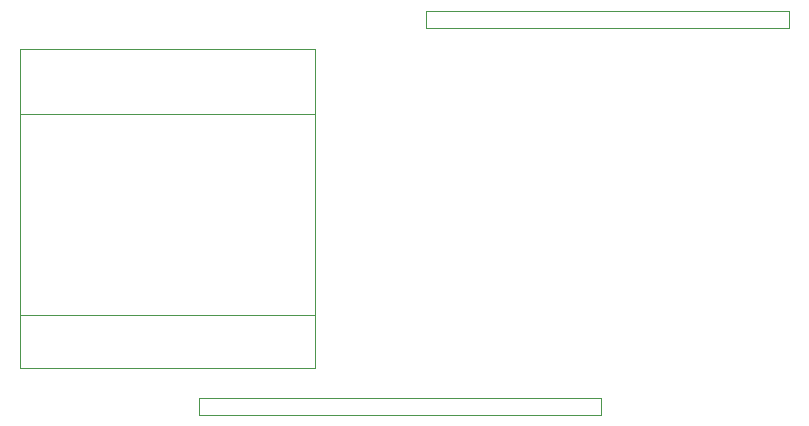
<source format=gbr>
%TF.GenerationSoftware,KiCad,Pcbnew,8.0.4-1.fc40*%
%TF.CreationDate,2024-08-27T20:39:50+02:00*%
%TF.ProjectId,ATU100 Alc interface Front,41545531-3030-4204-916c-6320696e7465,rev?*%
%TF.SameCoordinates,Original*%
%TF.FileFunction,Legend,Bot*%
%TF.FilePolarity,Positive*%
%FSLAX46Y46*%
G04 Gerber Fmt 4.6, Leading zero omitted, Abs format (unit mm)*
G04 Created by KiCad (PCBNEW 8.0.4-1.fc40) date 2024-08-27 20:39:50*
%MOMM*%
%LPD*%
G01*
G04 APERTURE LIST*
%ADD10C,0.100000*%
G04 APERTURE END LIST*
D10*
X106200000Y-110000000D02*
X140200000Y-110000000D01*
X140200000Y-111500000D01*
X106200000Y-111500000D01*
X106200000Y-110000000D01*
X125375000Y-77250000D02*
X156125000Y-77250000D01*
X156125000Y-78750000D01*
X125375000Y-78750000D01*
X125375000Y-77250000D01*
X91000000Y-86000000D02*
X116000000Y-86000000D01*
X116000000Y-103000000D01*
X91000000Y-103000000D01*
X91000000Y-86000000D01*
X91000000Y-80500000D02*
X116000000Y-80500000D01*
X116000000Y-107500000D01*
X91000000Y-107500000D01*
X91000000Y-80500000D01*
M02*

</source>
